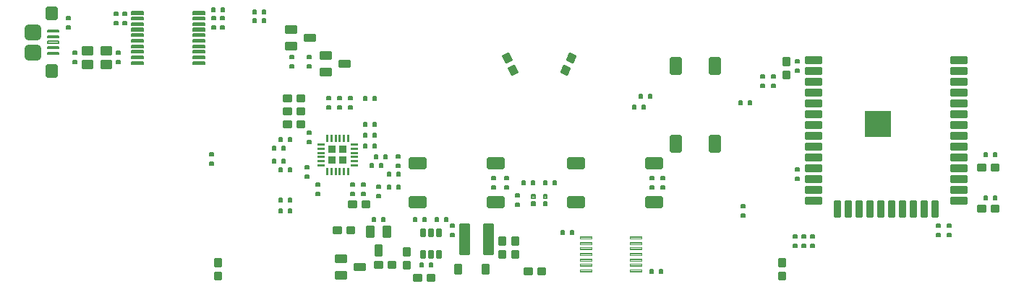
<source format=gbr>
G04 EAGLE Gerber RS-274X export*
G75*
%MOMM*%
%FSLAX34Y34*%
%LPD*%
%INSolderpaste Top*%
%IPPOS*%
%AMOC8*
5,1,8,0,0,1.08239X$1,22.5*%
G01*
%ADD10C,0.192500*%
%ADD11C,0.350000*%
%ADD12C,0.241500*%
%ADD13C,0.420000*%
%ADD14C,0.320038*%
%ADD15C,0.490000*%
%ADD16R,3.164769X3.166009*%
%ADD17C,0.315000*%
%ADD18C,0.200000*%
%ADD19C,0.700000*%
%ADD20C,0.950000*%
%ADD21R,0.919741X0.919741*%
%ADD22R,0.919894X0.920691*%
%ADD23R,0.921600X0.921600*%
%ADD24R,0.920331X0.919950*%
%ADD25C,0.091000*%
%ADD26C,0.210000*%
%ADD27C,0.124459*%
%ADD28C,0.140000*%
%ADD29C,0.402500*%


D10*
X248418Y349598D02*
X248418Y346022D01*
X244342Y346022D01*
X244342Y349598D01*
X248418Y349598D01*
X248418Y347851D02*
X244342Y347851D01*
X248418Y356522D02*
X248418Y360098D01*
X248418Y356522D02*
X244342Y356522D01*
X244342Y360098D01*
X248418Y360098D01*
X248418Y358351D02*
X244342Y358351D01*
X345942Y194998D02*
X345942Y191422D01*
X345942Y194998D02*
X350018Y194998D01*
X350018Y191422D01*
X345942Y191422D01*
X345942Y193251D02*
X350018Y193251D01*
X345942Y184498D02*
X345942Y180922D01*
X345942Y184498D02*
X350018Y184498D01*
X350018Y180922D01*
X345942Y180922D01*
X345942Y182751D02*
X350018Y182751D01*
X499878Y246962D02*
X499878Y250538D01*
X499878Y246962D02*
X495802Y246962D01*
X495802Y250538D01*
X499878Y250538D01*
X499878Y248791D02*
X495802Y248791D01*
X499878Y257462D02*
X499878Y261038D01*
X499878Y257462D02*
X495802Y257462D01*
X495802Y261038D01*
X499878Y261038D01*
X499878Y259291D02*
X495802Y259291D01*
D11*
X579830Y66870D02*
X579830Y59370D01*
X573330Y59370D01*
X573330Y66870D01*
X579830Y66870D01*
X579830Y62695D02*
X573330Y62695D01*
X573330Y66020D02*
X579830Y66020D01*
X579830Y75370D02*
X579830Y82870D01*
X579830Y75370D02*
X573330Y75370D01*
X573330Y82870D01*
X579830Y82870D01*
X579830Y78695D02*
X573330Y78695D01*
X573330Y82020D02*
X579830Y82020D01*
X352350Y70170D02*
X352350Y62670D01*
X352350Y70170D02*
X358850Y70170D01*
X358850Y62670D01*
X352350Y62670D01*
X352350Y65995D02*
X358850Y65995D01*
X358850Y69320D02*
X352350Y69320D01*
X352350Y54170D02*
X352350Y46670D01*
X352350Y54170D02*
X358850Y54170D01*
X358850Y46670D01*
X352350Y46670D01*
X352350Y49995D02*
X358850Y49995D01*
X358850Y53320D02*
X352350Y53320D01*
D10*
X691382Y163482D02*
X691382Y167058D01*
X695458Y167058D01*
X695458Y163482D01*
X691382Y163482D01*
X691382Y165311D02*
X695458Y165311D01*
X691382Y156558D02*
X691382Y152982D01*
X691382Y156558D02*
X695458Y156558D01*
X695458Y152982D01*
X691382Y152982D01*
X691382Y154811D02*
X695458Y154811D01*
X995178Y272362D02*
X995178Y275938D01*
X995178Y272362D02*
X991102Y272362D01*
X991102Y275938D01*
X995178Y275938D01*
X995178Y274191D02*
X991102Y274191D01*
X995178Y282862D02*
X995178Y286438D01*
X995178Y282862D02*
X991102Y282862D01*
X991102Y286438D01*
X995178Y286438D01*
X995178Y284691D02*
X991102Y284691D01*
X865638Y156558D02*
X865638Y152982D01*
X861562Y152982D01*
X861562Y156558D01*
X865638Y156558D01*
X865638Y154811D02*
X861562Y154811D01*
X865638Y163482D02*
X865638Y167058D01*
X865638Y163482D02*
X861562Y163482D01*
X861562Y167058D01*
X865638Y167058D01*
X865638Y165311D02*
X861562Y165311D01*
D11*
X498510Y296470D02*
X498510Y302970D01*
X509010Y302970D01*
X509010Y296470D01*
X498510Y296470D01*
X498510Y299795D02*
X509010Y299795D01*
X476510Y293470D02*
X476510Y286970D01*
X476510Y293470D02*
X487010Y293470D01*
X487010Y286970D01*
X476510Y286970D01*
X476510Y290295D02*
X487010Y290295D01*
X476510Y305970D02*
X476510Y312470D01*
X487010Y312470D01*
X487010Y305970D01*
X476510Y305970D01*
X476510Y309295D02*
X487010Y309295D01*
X457870Y326950D02*
X457870Y333450D01*
X468370Y333450D01*
X468370Y326950D01*
X457870Y326950D01*
X457870Y330275D02*
X468370Y330275D01*
X435870Y323950D02*
X435870Y317450D01*
X435870Y323950D02*
X446370Y323950D01*
X446370Y317450D01*
X435870Y317450D01*
X435870Y320775D02*
X446370Y320775D01*
X435870Y336450D02*
X435870Y342950D01*
X446370Y342950D01*
X446370Y336450D01*
X435870Y336450D01*
X435870Y339775D02*
X446370Y339775D01*
D10*
X1029202Y98478D02*
X1029202Y94902D01*
X1029202Y98478D02*
X1033278Y98478D01*
X1033278Y94902D01*
X1029202Y94902D01*
X1029202Y96731D02*
X1033278Y96731D01*
X1029202Y87978D02*
X1029202Y84402D01*
X1029202Y87978D02*
X1033278Y87978D01*
X1033278Y84402D01*
X1029202Y84402D01*
X1029202Y86231D02*
X1033278Y86231D01*
X704082Y143162D02*
X704082Y146738D01*
X708158Y146738D01*
X708158Y143162D01*
X704082Y143162D01*
X704082Y144991D02*
X708158Y144991D01*
X704082Y136238D02*
X704082Y132662D01*
X704082Y136238D02*
X708158Y136238D01*
X708158Y132662D01*
X704082Y132662D01*
X704082Y134491D02*
X708158Y134491D01*
X1252802Y191002D02*
X1256378Y191002D01*
X1252802Y191002D02*
X1252802Y195078D01*
X1256378Y195078D01*
X1256378Y191002D01*
X1256378Y192831D02*
X1252802Y192831D01*
X1252802Y194660D02*
X1256378Y194660D01*
X1263302Y191002D02*
X1266878Y191002D01*
X1263302Y191002D02*
X1263302Y195078D01*
X1266878Y195078D01*
X1266878Y191002D01*
X1266878Y192831D02*
X1263302Y192831D01*
X1263302Y194660D02*
X1266878Y194660D01*
X1256378Y140202D02*
X1252802Y140202D01*
X1252802Y144278D01*
X1256378Y144278D01*
X1256378Y140202D01*
X1256378Y142031D02*
X1252802Y142031D01*
X1252802Y143860D02*
X1256378Y143860D01*
X1263302Y140202D02*
X1266878Y140202D01*
X1263302Y140202D02*
X1263302Y144278D01*
X1266878Y144278D01*
X1266878Y140202D01*
X1266878Y142031D02*
X1263302Y142031D01*
X1263302Y143860D02*
X1266878Y143860D01*
X540438Y261118D02*
X536862Y261118D01*
X540438Y261118D02*
X540438Y257042D01*
X536862Y257042D01*
X536862Y261118D01*
X536862Y258871D02*
X540438Y258871D01*
X540438Y260700D02*
X536862Y260700D01*
X529938Y261118D02*
X526362Y261118D01*
X529938Y261118D02*
X529938Y257042D01*
X526362Y257042D01*
X526362Y261118D01*
X526362Y258871D02*
X529938Y258871D01*
X529938Y260700D02*
X526362Y260700D01*
X676142Y167058D02*
X676142Y163482D01*
X676142Y167058D02*
X680218Y167058D01*
X680218Y163482D01*
X676142Y163482D01*
X676142Y165311D02*
X680218Y165311D01*
X676142Y156558D02*
X676142Y152982D01*
X676142Y156558D02*
X680218Y156558D01*
X680218Y152982D01*
X676142Y152982D01*
X676142Y154811D02*
X680218Y154811D01*
X1007878Y272362D02*
X1007878Y275938D01*
X1007878Y272362D02*
X1003802Y272362D01*
X1003802Y275938D01*
X1007878Y275938D01*
X1007878Y274191D02*
X1003802Y274191D01*
X1007878Y282862D02*
X1007878Y286438D01*
X1007878Y282862D02*
X1003802Y282862D01*
X1003802Y286438D01*
X1007878Y286438D01*
X1007878Y284691D02*
X1003802Y284691D01*
X874262Y167058D02*
X874262Y163482D01*
X874262Y167058D02*
X878338Y167058D01*
X878338Y163482D01*
X874262Y163482D01*
X874262Y165311D02*
X878338Y165311D01*
X874262Y156558D02*
X874262Y152982D01*
X874262Y156558D02*
X878338Y156558D01*
X878338Y152982D01*
X874262Y152982D01*
X874262Y154811D02*
X878338Y154811D01*
X1200918Y100678D02*
X1200918Y97102D01*
X1196842Y97102D01*
X1196842Y100678D01*
X1200918Y100678D01*
X1200918Y98931D02*
X1196842Y98931D01*
X1200918Y107602D02*
X1200918Y111178D01*
X1200918Y107602D02*
X1196842Y107602D01*
X1196842Y111178D01*
X1200918Y111178D01*
X1200918Y109431D02*
X1196842Y109431D01*
X968242Y130462D02*
X968242Y134038D01*
X972318Y134038D01*
X972318Y130462D01*
X968242Y130462D01*
X968242Y132291D02*
X972318Y132291D01*
X968242Y123538D02*
X968242Y119962D01*
X968242Y123538D02*
X972318Y123538D01*
X972318Y119962D01*
X968242Y119962D01*
X968242Y121791D02*
X972318Y121791D01*
X976282Y256038D02*
X979858Y256038D01*
X979858Y251962D01*
X976282Y251962D01*
X976282Y256038D01*
X976282Y253791D02*
X979858Y253791D01*
X979858Y255620D02*
X976282Y255620D01*
X969358Y256038D02*
X965782Y256038D01*
X969358Y256038D02*
X969358Y251962D01*
X965782Y251962D01*
X965782Y256038D01*
X965782Y253791D02*
X969358Y253791D01*
X969358Y255620D02*
X965782Y255620D01*
X1043438Y87978D02*
X1043438Y84402D01*
X1039362Y84402D01*
X1039362Y87978D01*
X1043438Y87978D01*
X1043438Y86231D02*
X1039362Y86231D01*
X1043438Y94902D02*
X1043438Y98478D01*
X1043438Y94902D02*
X1039362Y94902D01*
X1039362Y98478D01*
X1043438Y98478D01*
X1043438Y96731D02*
X1039362Y96731D01*
X441378Y212858D02*
X437802Y212858D01*
X441378Y212858D02*
X441378Y208782D01*
X437802Y208782D01*
X437802Y212858D01*
X437802Y210611D02*
X441378Y210611D01*
X441378Y212440D02*
X437802Y212440D01*
X430878Y212858D02*
X427302Y212858D01*
X430878Y212858D02*
X430878Y208782D01*
X427302Y208782D01*
X427302Y212858D01*
X427302Y210611D02*
X430878Y210611D01*
X430878Y212440D02*
X427302Y212440D01*
X437802Y177298D02*
X441378Y177298D01*
X441378Y173222D01*
X437802Y173222D01*
X437802Y177298D01*
X437802Y175051D02*
X441378Y175051D01*
X441378Y176880D02*
X437802Y176880D01*
X430878Y177298D02*
X427302Y177298D01*
X430878Y177298D02*
X430878Y173222D01*
X427302Y173222D01*
X427302Y177298D01*
X427302Y175051D02*
X430878Y175051D01*
X430878Y176880D02*
X427302Y176880D01*
X430182Y187458D02*
X433758Y187458D01*
X433758Y183382D01*
X430182Y183382D01*
X430182Y187458D01*
X430182Y185211D02*
X433758Y185211D01*
X433758Y187040D02*
X430182Y187040D01*
X423258Y187458D02*
X419682Y187458D01*
X423258Y187458D02*
X423258Y183382D01*
X419682Y183382D01*
X419682Y187458D01*
X419682Y185211D02*
X423258Y185211D01*
X423258Y187040D02*
X419682Y187040D01*
X430182Y202698D02*
X433758Y202698D01*
X433758Y198622D01*
X430182Y198622D01*
X430182Y202698D01*
X430182Y200451D02*
X433758Y200451D01*
X433758Y202280D02*
X430182Y202280D01*
X423258Y202698D02*
X419682Y202698D01*
X423258Y202698D02*
X423258Y198622D01*
X419682Y198622D01*
X419682Y202698D01*
X419682Y200451D02*
X423258Y200451D01*
X423258Y202280D02*
X419682Y202280D01*
X526362Y201162D02*
X529938Y201162D01*
X526362Y201162D02*
X526362Y205238D01*
X529938Y205238D01*
X529938Y201162D01*
X529938Y202991D02*
X526362Y202991D01*
X526362Y204820D02*
X529938Y204820D01*
X536862Y201162D02*
X540438Y201162D01*
X536862Y201162D02*
X536862Y205238D01*
X540438Y205238D01*
X540438Y201162D01*
X540438Y202991D02*
X536862Y202991D01*
X536862Y204820D02*
X540438Y204820D01*
X554302Y152902D02*
X557878Y152902D01*
X554302Y152902D02*
X554302Y156978D01*
X557878Y156978D01*
X557878Y152902D01*
X557878Y154731D02*
X554302Y154731D01*
X554302Y156560D02*
X557878Y156560D01*
X564802Y152902D02*
X568378Y152902D01*
X564802Y152902D02*
X564802Y156978D01*
X568378Y156978D01*
X568378Y152902D01*
X568378Y154731D02*
X564802Y154731D01*
X564802Y156560D02*
X568378Y156560D01*
X568458Y178382D02*
X568458Y181958D01*
X568458Y178382D02*
X564382Y178382D01*
X564382Y181958D01*
X568458Y181958D01*
X568458Y180211D02*
X564382Y180211D01*
X568458Y188882D02*
X568458Y192458D01*
X568458Y188882D02*
X564382Y188882D01*
X564382Y192458D01*
X568458Y192458D01*
X568458Y190711D02*
X564382Y190711D01*
X529938Y226562D02*
X526362Y226562D01*
X526362Y230638D01*
X529938Y230638D01*
X529938Y226562D01*
X529938Y228391D02*
X526362Y228391D01*
X526362Y230220D02*
X529938Y230220D01*
X536862Y226562D02*
X540438Y226562D01*
X536862Y226562D02*
X536862Y230638D01*
X540438Y230638D01*
X540438Y226562D01*
X540438Y228391D02*
X536862Y228391D01*
X536862Y230220D02*
X540438Y230220D01*
X461778Y169258D02*
X461778Y165682D01*
X457702Y165682D01*
X457702Y169258D01*
X461778Y169258D01*
X461778Y167511D02*
X457702Y167511D01*
X461778Y176182D02*
X461778Y179758D01*
X461778Y176182D02*
X457702Y176182D01*
X457702Y179758D01*
X461778Y179758D01*
X461778Y178011D02*
X457702Y178011D01*
X441378Y141738D02*
X437802Y141738D01*
X441378Y141738D02*
X441378Y137662D01*
X437802Y137662D01*
X437802Y141738D01*
X437802Y139491D02*
X441378Y139491D01*
X441378Y141320D02*
X437802Y141320D01*
X430878Y141738D02*
X427302Y141738D01*
X430878Y141738D02*
X430878Y137662D01*
X427302Y137662D01*
X427302Y141738D01*
X427302Y139491D02*
X430878Y139491D01*
X430878Y141320D02*
X427302Y141320D01*
X439922Y305722D02*
X439922Y309298D01*
X443998Y309298D01*
X443998Y305722D01*
X439922Y305722D01*
X439922Y307551D02*
X443998Y307551D01*
X439922Y298798D02*
X439922Y295222D01*
X439922Y298798D02*
X443998Y298798D01*
X443998Y295222D01*
X439922Y295222D01*
X439922Y297051D02*
X443998Y297051D01*
X441378Y129038D02*
X437802Y129038D01*
X441378Y129038D02*
X441378Y124962D01*
X437802Y124962D01*
X437802Y129038D01*
X437802Y126791D02*
X441378Y126791D01*
X441378Y128620D02*
X437802Y128620D01*
X430878Y129038D02*
X427302Y129038D01*
X430878Y129038D02*
X430878Y124962D01*
X427302Y124962D01*
X427302Y129038D01*
X427302Y126791D02*
X430878Y126791D01*
X430878Y128620D02*
X427302Y128620D01*
X549562Y192538D02*
X553138Y192538D01*
X553138Y188462D01*
X549562Y188462D01*
X549562Y192538D01*
X549562Y190291D02*
X553138Y190291D01*
X553138Y192120D02*
X549562Y192120D01*
X542638Y192538D02*
X539062Y192538D01*
X542638Y192538D02*
X542638Y188462D01*
X539062Y188462D01*
X539062Y192538D01*
X539062Y190291D02*
X542638Y190291D01*
X542638Y192120D02*
X539062Y192120D01*
X529938Y213862D02*
X526362Y213862D01*
X526362Y217938D01*
X529938Y217938D01*
X529938Y213862D01*
X529938Y215691D02*
X526362Y215691D01*
X526362Y217520D02*
X529938Y217520D01*
X536862Y213862D02*
X540438Y213862D01*
X536862Y213862D02*
X536862Y217938D01*
X540438Y217938D01*
X540438Y213862D01*
X540438Y215691D02*
X536862Y215691D01*
X536862Y217520D02*
X540438Y217520D01*
X541522Y156898D02*
X541522Y153322D01*
X541522Y156898D02*
X545598Y156898D01*
X545598Y153322D01*
X541522Y153322D01*
X541522Y155151D02*
X545598Y155151D01*
X541522Y146398D02*
X541522Y142822D01*
X541522Y146398D02*
X545598Y146398D01*
X545598Y142822D01*
X541522Y142822D01*
X541522Y144651D02*
X545598Y144651D01*
X564802Y172218D02*
X568378Y172218D01*
X568378Y168142D01*
X564802Y168142D01*
X564802Y172218D01*
X564802Y169971D02*
X568378Y169971D01*
X568378Y171800D02*
X564802Y171800D01*
X557878Y172218D02*
X554302Y172218D01*
X557878Y172218D02*
X557878Y168142D01*
X554302Y168142D01*
X554302Y172218D01*
X554302Y169971D02*
X557878Y169971D01*
X557878Y171800D02*
X554302Y171800D01*
X487178Y246962D02*
X487178Y250538D01*
X487178Y246962D02*
X483102Y246962D01*
X483102Y250538D01*
X487178Y250538D01*
X487178Y248791D02*
X483102Y248791D01*
X487178Y257462D02*
X487178Y261038D01*
X487178Y257462D02*
X483102Y257462D01*
X483102Y261038D01*
X487178Y261038D01*
X487178Y259291D02*
X483102Y259291D01*
X757502Y99562D02*
X761078Y99562D01*
X757502Y99562D02*
X757502Y103638D01*
X761078Y103638D01*
X761078Y99562D01*
X761078Y101391D02*
X757502Y101391D01*
X757502Y103220D02*
X761078Y103220D01*
X768002Y99562D02*
X771578Y99562D01*
X768002Y99562D02*
X768002Y103638D01*
X771578Y103638D01*
X771578Y99562D01*
X771578Y101391D02*
X768002Y101391D01*
X768002Y103220D02*
X771578Y103220D01*
X464318Y295222D02*
X464318Y298798D01*
X464318Y295222D02*
X460242Y295222D01*
X460242Y298798D01*
X464318Y298798D01*
X464318Y297051D02*
X460242Y297051D01*
X464318Y305722D02*
X464318Y309298D01*
X464318Y305722D02*
X460242Y305722D01*
X460242Y309298D01*
X464318Y309298D01*
X464318Y307551D02*
X460242Y307551D01*
X352138Y361182D02*
X348562Y361182D01*
X348562Y365258D01*
X352138Y365258D01*
X352138Y361182D01*
X352138Y363011D02*
X348562Y363011D01*
X348562Y364840D02*
X352138Y364840D01*
X359062Y361182D02*
X362638Y361182D01*
X359062Y361182D02*
X359062Y365258D01*
X362638Y365258D01*
X362638Y361182D01*
X362638Y363011D02*
X359062Y363011D01*
X359062Y364840D02*
X362638Y364840D01*
X1213618Y100678D02*
X1213618Y97102D01*
X1209542Y97102D01*
X1209542Y100678D01*
X1213618Y100678D01*
X1213618Y98931D02*
X1209542Y98931D01*
X1213618Y107602D02*
X1213618Y111178D01*
X1213618Y107602D02*
X1209542Y107602D01*
X1209542Y111178D01*
X1213618Y111178D01*
X1213618Y109431D02*
X1209542Y109431D01*
X751258Y162058D02*
X747682Y162058D01*
X751258Y162058D02*
X751258Y157982D01*
X747682Y157982D01*
X747682Y162058D01*
X747682Y159811D02*
X751258Y159811D01*
X751258Y161640D02*
X747682Y161640D01*
X740758Y162058D02*
X737182Y162058D01*
X740758Y162058D02*
X740758Y157982D01*
X737182Y157982D01*
X737182Y162058D01*
X737182Y159811D02*
X740758Y159811D01*
X740758Y161640D02*
X737182Y161640D01*
X715358Y157982D02*
X711782Y157982D01*
X711782Y162058D01*
X715358Y162058D01*
X715358Y157982D01*
X715358Y159811D02*
X711782Y159811D01*
X711782Y161640D02*
X715358Y161640D01*
X722282Y157982D02*
X725858Y157982D01*
X722282Y157982D02*
X722282Y162058D01*
X725858Y162058D01*
X725858Y157982D01*
X725858Y159811D02*
X722282Y159811D01*
X722282Y161640D02*
X725858Y161640D01*
D11*
X456250Y262330D02*
X448750Y262330D01*
X456250Y262330D02*
X456250Y255830D01*
X448750Y255830D01*
X448750Y262330D01*
X448750Y259155D02*
X456250Y259155D01*
X440250Y262330D02*
X432750Y262330D01*
X440250Y262330D02*
X440250Y255830D01*
X432750Y255830D01*
X432750Y262330D01*
X432750Y259155D02*
X440250Y259155D01*
X440250Y225350D02*
X432750Y225350D01*
X432750Y231850D01*
X440250Y231850D01*
X440250Y225350D01*
X440250Y228675D02*
X432750Y228675D01*
X448750Y225350D02*
X456250Y225350D01*
X448750Y225350D02*
X448750Y231850D01*
X456250Y231850D01*
X456250Y225350D01*
X456250Y228675D02*
X448750Y228675D01*
D10*
X1035818Y166718D02*
X1035818Y163142D01*
X1031742Y163142D01*
X1031742Y166718D01*
X1035818Y166718D01*
X1035818Y164971D02*
X1031742Y164971D01*
X1035818Y173642D02*
X1035818Y177218D01*
X1035818Y173642D02*
X1031742Y173642D01*
X1031742Y177218D01*
X1035818Y177218D01*
X1035818Y175471D02*
X1031742Y175471D01*
X464318Y206322D02*
X464318Y209898D01*
X464318Y206322D02*
X460242Y206322D01*
X460242Y209898D01*
X464318Y209898D01*
X464318Y208151D02*
X460242Y208151D01*
X464318Y216822D02*
X464318Y220398D01*
X464318Y216822D02*
X460242Y216822D01*
X460242Y220398D01*
X464318Y220398D01*
X464318Y218651D02*
X460242Y218651D01*
X470402Y159438D02*
X470402Y155862D01*
X470402Y159438D02*
X474478Y159438D01*
X474478Y155862D01*
X470402Y155862D01*
X470402Y157691D02*
X474478Y157691D01*
X470402Y148938D02*
X470402Y145362D01*
X470402Y148938D02*
X474478Y148938D01*
X474478Y145362D01*
X470402Y145362D01*
X470402Y147191D02*
X474478Y147191D01*
D11*
X524950Y137870D02*
X532450Y137870D01*
X532450Y131370D01*
X524950Y131370D01*
X524950Y137870D01*
X524950Y134695D02*
X532450Y134695D01*
X516450Y137870D02*
X508950Y137870D01*
X516450Y137870D02*
X516450Y131370D01*
X508950Y131370D01*
X508950Y137870D01*
X508950Y134695D02*
X516450Y134695D01*
X1024330Y282890D02*
X1024330Y290390D01*
X1024330Y282890D02*
X1017830Y282890D01*
X1017830Y290390D01*
X1024330Y290390D01*
X1024330Y286215D02*
X1017830Y286215D01*
X1017830Y289540D02*
X1024330Y289540D01*
X1024330Y298890D02*
X1024330Y306390D01*
X1024330Y298890D02*
X1017830Y298890D01*
X1017830Y306390D01*
X1024330Y306390D01*
X1024330Y302215D02*
X1017830Y302215D01*
X1017830Y305540D02*
X1024330Y305540D01*
D10*
X1035818Y293718D02*
X1035818Y290142D01*
X1031742Y290142D01*
X1031742Y293718D01*
X1035818Y293718D01*
X1035818Y291971D02*
X1031742Y291971D01*
X1035818Y300642D02*
X1035818Y304218D01*
X1035818Y300642D02*
X1031742Y300642D01*
X1031742Y304218D01*
X1035818Y304218D01*
X1035818Y302471D02*
X1031742Y302471D01*
D11*
X1012750Y70170D02*
X1012750Y62670D01*
X1012750Y70170D02*
X1019250Y70170D01*
X1019250Y62670D01*
X1012750Y62670D01*
X1012750Y65995D02*
X1019250Y65995D01*
X1019250Y69320D02*
X1012750Y69320D01*
X1012750Y54170D02*
X1012750Y46670D01*
X1012750Y54170D02*
X1019250Y54170D01*
X1019250Y46670D01*
X1012750Y46670D01*
X1012750Y49995D02*
X1019250Y49995D01*
X1019250Y53320D02*
X1012750Y53320D01*
X685090Y88070D02*
X685090Y95570D01*
X691590Y95570D01*
X691590Y88070D01*
X685090Y88070D01*
X685090Y91395D02*
X691590Y91395D01*
X691590Y94720D02*
X685090Y94720D01*
X685090Y79570D02*
X685090Y72070D01*
X685090Y79570D02*
X691590Y79570D01*
X691590Y72070D01*
X685090Y72070D01*
X685090Y75395D02*
X691590Y75395D01*
X691590Y78720D02*
X685090Y78720D01*
D10*
X1049522Y94902D02*
X1049522Y98478D01*
X1053598Y98478D01*
X1053598Y94902D01*
X1049522Y94902D01*
X1049522Y96731D02*
X1053598Y96731D01*
X1049522Y87978D02*
X1049522Y84402D01*
X1049522Y87978D02*
X1053598Y87978D01*
X1053598Y84402D01*
X1049522Y84402D01*
X1049522Y86231D02*
X1053598Y86231D01*
X511042Y155862D02*
X511042Y159438D01*
X515118Y159438D01*
X515118Y155862D01*
X511042Y155862D01*
X511042Y157691D02*
X515118Y157691D01*
X511042Y148938D02*
X511042Y145362D01*
X511042Y148938D02*
X515118Y148938D01*
X515118Y145362D01*
X511042Y145362D01*
X511042Y147191D02*
X515118Y147191D01*
X523742Y155862D02*
X523742Y159438D01*
X527818Y159438D01*
X527818Y155862D01*
X523742Y155862D01*
X523742Y157691D02*
X527818Y157691D01*
X523742Y148938D02*
X523742Y145362D01*
X523742Y148938D02*
X527818Y148938D01*
X527818Y145362D01*
X523742Y145362D01*
X523742Y147191D02*
X527818Y147191D01*
X348482Y351442D02*
X348482Y355018D01*
X352558Y355018D01*
X352558Y351442D01*
X348482Y351442D01*
X348482Y353271D02*
X352558Y353271D01*
X348482Y344518D02*
X348482Y340942D01*
X348482Y344518D02*
X352558Y344518D01*
X352558Y340942D01*
X348482Y340942D01*
X348482Y342771D02*
X352558Y342771D01*
X358642Y351442D02*
X358642Y355018D01*
X362718Y355018D01*
X362718Y351442D01*
X358642Y351442D01*
X358642Y353271D02*
X362718Y353271D01*
X358642Y344518D02*
X358642Y340942D01*
X358642Y344518D02*
X362718Y344518D01*
X362718Y340942D01*
X358642Y340942D01*
X358642Y342771D02*
X362718Y342771D01*
X238258Y346022D02*
X238258Y349598D01*
X238258Y346022D02*
X234182Y346022D01*
X234182Y349598D01*
X238258Y349598D01*
X238258Y347851D02*
X234182Y347851D01*
X238258Y356522D02*
X238258Y360098D01*
X238258Y356522D02*
X234182Y356522D01*
X234182Y360098D01*
X238258Y360098D01*
X238258Y358351D02*
X234182Y358351D01*
D11*
X516290Y64210D02*
X516290Y57710D01*
X516290Y64210D02*
X526790Y64210D01*
X526790Y57710D01*
X516290Y57710D01*
X516290Y61035D02*
X526790Y61035D01*
X494290Y54710D02*
X494290Y48210D01*
X494290Y54710D02*
X504790Y54710D01*
X504790Y48210D01*
X494290Y48210D01*
X494290Y51535D02*
X504790Y51535D01*
X494290Y67210D02*
X494290Y73710D01*
X504790Y73710D01*
X504790Y67210D01*
X494290Y67210D01*
X494290Y70535D02*
X504790Y70535D01*
D10*
X182378Y340942D02*
X182378Y344518D01*
X182378Y340942D02*
X178302Y340942D01*
X178302Y344518D01*
X182378Y344518D01*
X182378Y342771D02*
X178302Y342771D01*
X182378Y351442D02*
X182378Y355018D01*
X182378Y351442D02*
X178302Y351442D01*
X178302Y355018D01*
X182378Y355018D01*
X182378Y353271D02*
X178302Y353271D01*
D11*
X448750Y247090D02*
X456250Y247090D01*
X456250Y240590D01*
X448750Y240590D01*
X448750Y247090D01*
X448750Y243915D02*
X456250Y243915D01*
X440250Y247090D02*
X432750Y247090D01*
X440250Y247090D02*
X440250Y240590D01*
X432750Y240590D01*
X432750Y247090D01*
X432750Y243915D02*
X440250Y243915D01*
D12*
X611777Y105693D02*
X611777Y98107D01*
X611777Y105693D02*
X616263Y105693D01*
X616263Y98107D01*
X611777Y98107D01*
X611777Y100401D02*
X616263Y100401D01*
X616263Y102695D02*
X611777Y102695D01*
X611777Y104989D02*
X616263Y104989D01*
X602277Y105693D02*
X602277Y98107D01*
X602277Y105693D02*
X606763Y105693D01*
X606763Y98107D01*
X602277Y98107D01*
X602277Y100401D02*
X606763Y100401D01*
X606763Y102695D02*
X602277Y102695D01*
X602277Y104989D02*
X606763Y104989D01*
X592777Y105693D02*
X592777Y98107D01*
X592777Y105693D02*
X597263Y105693D01*
X597263Y98107D01*
X592777Y98107D01*
X592777Y100401D02*
X597263Y100401D01*
X597263Y102695D02*
X592777Y102695D01*
X592777Y104989D02*
X597263Y104989D01*
X592777Y79693D02*
X592777Y72107D01*
X592777Y79693D02*
X597263Y79693D01*
X597263Y72107D01*
X592777Y72107D01*
X592777Y74401D02*
X597263Y74401D01*
X597263Y76695D02*
X592777Y76695D01*
X592777Y78989D02*
X597263Y78989D01*
X602277Y79693D02*
X602277Y72107D01*
X602277Y79693D02*
X606763Y79693D01*
X606763Y72107D01*
X602277Y72107D01*
X602277Y74401D02*
X606763Y74401D01*
X606763Y76695D02*
X602277Y76695D01*
X602277Y78989D02*
X606763Y78989D01*
X611777Y79693D02*
X611777Y72107D01*
X611777Y79693D02*
X616263Y79693D01*
X616263Y72107D01*
X611777Y72107D01*
X611777Y74401D02*
X616263Y74401D01*
X616263Y76695D02*
X611777Y76695D01*
X611777Y78989D02*
X616263Y78989D01*
D13*
X639960Y77580D02*
X647760Y77580D01*
X639960Y77580D02*
X639960Y110380D01*
X647760Y110380D01*
X647760Y77580D01*
X647760Y81570D02*
X639960Y81570D01*
X639960Y85560D02*
X647760Y85560D01*
X647760Y89550D02*
X639960Y89550D01*
X639960Y93540D02*
X647760Y93540D01*
X647760Y97530D02*
X639960Y97530D01*
X639960Y101520D02*
X647760Y101520D01*
X647760Y105510D02*
X639960Y105510D01*
X639960Y109500D02*
X647760Y109500D01*
X667960Y77580D02*
X675760Y77580D01*
X667960Y77580D02*
X667960Y110380D01*
X675760Y110380D01*
X675760Y77580D01*
X675760Y81570D02*
X667960Y81570D01*
X667960Y85560D02*
X675760Y85560D01*
X675760Y89550D02*
X667960Y89550D01*
X667960Y93540D02*
X675760Y93540D01*
X675760Y97530D02*
X667960Y97530D01*
X667960Y101520D02*
X675760Y101520D01*
X675760Y105510D02*
X667960Y105510D01*
X667960Y109500D02*
X675760Y109500D01*
D10*
X606478Y65538D02*
X602902Y65538D01*
X606478Y65538D02*
X606478Y61462D01*
X602902Y61462D01*
X602902Y65538D01*
X602902Y63291D02*
X606478Y63291D01*
X606478Y65120D02*
X602902Y65120D01*
X595978Y65538D02*
X592402Y65538D01*
X595978Y65538D02*
X595978Y61462D01*
X592402Y61462D01*
X592402Y65538D01*
X592402Y63291D02*
X595978Y63291D01*
X595978Y65120D02*
X592402Y65120D01*
X627882Y107602D02*
X627882Y111178D01*
X631958Y111178D01*
X631958Y107602D01*
X627882Y107602D01*
X627882Y109431D02*
X631958Y109431D01*
X627882Y100678D02*
X627882Y97102D01*
X627882Y100678D02*
X631958Y100678D01*
X631958Y97102D01*
X627882Y97102D01*
X627882Y98931D02*
X631958Y98931D01*
X613758Y114802D02*
X610182Y114802D01*
X610182Y118878D01*
X613758Y118878D01*
X613758Y114802D01*
X613758Y116631D02*
X610182Y116631D01*
X610182Y118460D02*
X613758Y118460D01*
X620682Y114802D02*
X624258Y114802D01*
X620682Y114802D02*
X620682Y118878D01*
X624258Y118878D01*
X624258Y114802D01*
X624258Y116631D02*
X620682Y116631D01*
X620682Y118460D02*
X624258Y118460D01*
X588358Y114802D02*
X584782Y114802D01*
X584782Y118878D01*
X588358Y118878D01*
X588358Y114802D01*
X588358Y116631D02*
X584782Y116631D01*
X584782Y118460D02*
X588358Y118460D01*
X595282Y114802D02*
X598858Y114802D01*
X595282Y114802D02*
X595282Y118878D01*
X598858Y118878D01*
X598858Y114802D01*
X598858Y116631D02*
X595282Y116631D01*
X595282Y118460D02*
X598858Y118460D01*
D14*
X639369Y62916D02*
X639369Y53924D01*
X633425Y53924D01*
X633425Y62916D01*
X639369Y62916D01*
X639369Y56964D02*
X633425Y56964D01*
X633425Y60004D02*
X639369Y60004D01*
X672135Y62916D02*
X672135Y53924D01*
X666191Y53924D01*
X666191Y62916D01*
X672135Y62916D01*
X672135Y56964D02*
X666191Y56964D01*
X666191Y60004D02*
X672135Y60004D01*
D10*
X540098Y114802D02*
X536522Y114802D01*
X536522Y118878D01*
X540098Y118878D01*
X540098Y114802D01*
X540098Y116631D02*
X536522Y116631D01*
X536522Y118460D02*
X540098Y118460D01*
X547022Y114802D02*
X550598Y114802D01*
X547022Y114802D02*
X547022Y118878D01*
X550598Y118878D01*
X550598Y114802D01*
X550598Y116631D02*
X547022Y116631D01*
X547022Y118460D02*
X550598Y118460D01*
D11*
X546930Y60250D02*
X539430Y60250D01*
X539430Y66750D01*
X546930Y66750D01*
X546930Y60250D01*
X546930Y63575D02*
X539430Y63575D01*
X555430Y60250D02*
X562930Y60250D01*
X555430Y60250D02*
X555430Y66750D01*
X562930Y66750D01*
X562930Y60250D01*
X562930Y63575D02*
X555430Y63575D01*
D15*
X581450Y132470D02*
X597550Y132470D01*
X581450Y132470D02*
X581450Y141570D01*
X597550Y141570D01*
X597550Y132470D01*
X597550Y137125D02*
X581450Y137125D01*
X581450Y178470D02*
X597550Y178470D01*
X581450Y178470D02*
X581450Y187570D01*
X597550Y187570D01*
X597550Y178470D01*
X597550Y183125D02*
X581450Y183125D01*
X672450Y178470D02*
X688550Y178470D01*
X672450Y178470D02*
X672450Y187570D01*
X688550Y187570D01*
X688550Y178470D01*
X688550Y183125D02*
X672450Y183125D01*
X672450Y132470D02*
X688550Y132470D01*
X672450Y132470D02*
X672450Y141570D01*
X688550Y141570D01*
X688550Y132470D01*
X688550Y137125D02*
X672450Y137125D01*
X941950Y197910D02*
X941950Y214010D01*
X941950Y197910D02*
X932850Y197910D01*
X932850Y214010D01*
X941950Y214010D01*
X941950Y202565D02*
X932850Y202565D01*
X932850Y207220D02*
X941950Y207220D01*
X941950Y211875D02*
X932850Y211875D01*
X895950Y214010D02*
X895950Y197910D01*
X886850Y197910D01*
X886850Y214010D01*
X895950Y214010D01*
X895950Y202565D02*
X886850Y202565D01*
X886850Y207220D02*
X895950Y207220D01*
X895950Y211875D02*
X886850Y211875D01*
X895950Y288910D02*
X895950Y305010D01*
X895950Y288910D02*
X886850Y288910D01*
X886850Y305010D01*
X895950Y305010D01*
X895950Y293565D02*
X886850Y293565D01*
X886850Y298220D02*
X895950Y298220D01*
X895950Y302875D02*
X886850Y302875D01*
X941950Y305010D02*
X941950Y288910D01*
X932850Y288910D01*
X932850Y305010D01*
X941950Y305010D01*
X941950Y293565D02*
X932850Y293565D01*
X932850Y298220D02*
X941950Y298220D01*
X941950Y302875D02*
X932850Y302875D01*
X782970Y132470D02*
X766870Y132470D01*
X766870Y141570D01*
X782970Y141570D01*
X782970Y132470D01*
X782970Y137125D02*
X766870Y137125D01*
X766870Y178470D02*
X782970Y178470D01*
X766870Y178470D02*
X766870Y187570D01*
X782970Y187570D01*
X782970Y178470D01*
X782970Y183125D02*
X766870Y183125D01*
X857870Y178470D02*
X873970Y178470D01*
X857870Y178470D02*
X857870Y187570D01*
X873970Y187570D01*
X873970Y178470D01*
X873970Y183125D02*
X857870Y183125D01*
X857870Y132470D02*
X873970Y132470D01*
X857870Y132470D02*
X857870Y141570D01*
X873970Y141570D01*
X873970Y132470D01*
X873970Y137125D02*
X857870Y137125D01*
D10*
X537558Y178302D02*
X533982Y178302D01*
X533982Y182378D01*
X537558Y182378D01*
X537558Y178302D01*
X537558Y180131D02*
X533982Y180131D01*
X533982Y181960D02*
X537558Y181960D01*
X544482Y178302D02*
X548058Y178302D01*
X544482Y178302D02*
X544482Y182378D01*
X548058Y182378D01*
X548058Y178302D01*
X548058Y180131D02*
X544482Y180131D01*
X544482Y181960D02*
X548058Y181960D01*
X508502Y257462D02*
X508502Y261038D01*
X512578Y261038D01*
X512578Y257462D01*
X508502Y257462D01*
X508502Y259291D02*
X512578Y259291D01*
X508502Y250538D02*
X508502Y246962D01*
X508502Y250538D02*
X512578Y250538D01*
X512578Y246962D01*
X508502Y246962D01*
X508502Y248791D02*
X512578Y248791D01*
X861642Y53842D02*
X865218Y53842D01*
X861642Y53842D02*
X861642Y57918D01*
X865218Y57918D01*
X865218Y53842D01*
X865218Y55671D02*
X861642Y55671D01*
X861642Y57500D02*
X865218Y57500D01*
X872142Y53842D02*
X875718Y53842D01*
X872142Y53842D02*
X872142Y57918D01*
X875718Y57918D01*
X875718Y53842D01*
X875718Y55671D02*
X872142Y55671D01*
X872142Y57500D02*
X875718Y57500D01*
D16*
X1127907Y229041D03*
D17*
X1061345Y301135D02*
X1044495Y301135D01*
X1044495Y306985D01*
X1061345Y306985D01*
X1061345Y301135D01*
X1061345Y304127D02*
X1044495Y304127D01*
X1044495Y288435D02*
X1061345Y288435D01*
X1044495Y288435D02*
X1044495Y294285D01*
X1061345Y294285D01*
X1061345Y288435D01*
X1061345Y291427D02*
X1044495Y291427D01*
X1044495Y275735D02*
X1061345Y275735D01*
X1044495Y275735D02*
X1044495Y281585D01*
X1061345Y281585D01*
X1061345Y275735D01*
X1061345Y278727D02*
X1044495Y278727D01*
X1044495Y263035D02*
X1061345Y263035D01*
X1044495Y263035D02*
X1044495Y268885D01*
X1061345Y268885D01*
X1061345Y263035D01*
X1061345Y266027D02*
X1044495Y266027D01*
X1044495Y250335D02*
X1061345Y250335D01*
X1044495Y250335D02*
X1044495Y256185D01*
X1061345Y256185D01*
X1061345Y250335D01*
X1061345Y253327D02*
X1044495Y253327D01*
X1044495Y237635D02*
X1061345Y237635D01*
X1044495Y237635D02*
X1044495Y243485D01*
X1061345Y243485D01*
X1061345Y237635D01*
X1061345Y240627D02*
X1044495Y240627D01*
X1044495Y224935D02*
X1061345Y224935D01*
X1044495Y224935D02*
X1044495Y230785D01*
X1061345Y230785D01*
X1061345Y224935D01*
X1061345Y227927D02*
X1044495Y227927D01*
X1044495Y212235D02*
X1061345Y212235D01*
X1044495Y212235D02*
X1044495Y218085D01*
X1061345Y218085D01*
X1061345Y212235D01*
X1061345Y215227D02*
X1044495Y215227D01*
X1044495Y199535D02*
X1061345Y199535D01*
X1044495Y199535D02*
X1044495Y205385D01*
X1061345Y205385D01*
X1061345Y199535D01*
X1061345Y202527D02*
X1044495Y202527D01*
X1044495Y186835D02*
X1061345Y186835D01*
X1044495Y186835D02*
X1044495Y192685D01*
X1061345Y192685D01*
X1061345Y186835D01*
X1061345Y189827D02*
X1044495Y189827D01*
X1044495Y174135D02*
X1061345Y174135D01*
X1044495Y174135D02*
X1044495Y179985D01*
X1061345Y179985D01*
X1061345Y174135D01*
X1061345Y177127D02*
X1044495Y177127D01*
X1044495Y161435D02*
X1061345Y161435D01*
X1044495Y161435D02*
X1044495Y167285D01*
X1061345Y167285D01*
X1061345Y161435D01*
X1061345Y164427D02*
X1044495Y164427D01*
X1044495Y148735D02*
X1061345Y148735D01*
X1044495Y148735D02*
X1044495Y154585D01*
X1061345Y154585D01*
X1061345Y148735D01*
X1061345Y151727D02*
X1044495Y151727D01*
X1044495Y136035D02*
X1061345Y136035D01*
X1044495Y136035D02*
X1044495Y141885D01*
X1061345Y141885D01*
X1061345Y136035D01*
X1061345Y139027D02*
X1044495Y139027D01*
X1083695Y137385D02*
X1083695Y120535D01*
X1077845Y120535D01*
X1077845Y137385D01*
X1083695Y137385D01*
X1083695Y123527D02*
X1077845Y123527D01*
X1077845Y126519D02*
X1083695Y126519D01*
X1083695Y129511D02*
X1077845Y129511D01*
X1077845Y132503D02*
X1083695Y132503D01*
X1083695Y135495D02*
X1077845Y135495D01*
X1096395Y137385D02*
X1096395Y120535D01*
X1090545Y120535D01*
X1090545Y137385D01*
X1096395Y137385D01*
X1096395Y123527D02*
X1090545Y123527D01*
X1090545Y126519D02*
X1096395Y126519D01*
X1096395Y129511D02*
X1090545Y129511D01*
X1090545Y132503D02*
X1096395Y132503D01*
X1096395Y135495D02*
X1090545Y135495D01*
X1109095Y137385D02*
X1109095Y120535D01*
X1103245Y120535D01*
X1103245Y137385D01*
X1109095Y137385D01*
X1109095Y123527D02*
X1103245Y123527D01*
X1103245Y126519D02*
X1109095Y126519D01*
X1109095Y129511D02*
X1103245Y129511D01*
X1103245Y132503D02*
X1109095Y132503D01*
X1109095Y135495D02*
X1103245Y135495D01*
X1121795Y137385D02*
X1121795Y120535D01*
X1115945Y120535D01*
X1115945Y137385D01*
X1121795Y137385D01*
X1121795Y123527D02*
X1115945Y123527D01*
X1115945Y126519D02*
X1121795Y126519D01*
X1121795Y129511D02*
X1115945Y129511D01*
X1115945Y132503D02*
X1121795Y132503D01*
X1121795Y135495D02*
X1115945Y135495D01*
X1134495Y137385D02*
X1134495Y120535D01*
X1128645Y120535D01*
X1128645Y137385D01*
X1134495Y137385D01*
X1134495Y123527D02*
X1128645Y123527D01*
X1128645Y126519D02*
X1134495Y126519D01*
X1134495Y129511D02*
X1128645Y129511D01*
X1128645Y132503D02*
X1134495Y132503D01*
X1134495Y135495D02*
X1128645Y135495D01*
X1147195Y137385D02*
X1147195Y120535D01*
X1141345Y120535D01*
X1141345Y137385D01*
X1147195Y137385D01*
X1147195Y123527D02*
X1141345Y123527D01*
X1141345Y126519D02*
X1147195Y126519D01*
X1147195Y129511D02*
X1141345Y129511D01*
X1141345Y132503D02*
X1147195Y132503D01*
X1147195Y135495D02*
X1141345Y135495D01*
X1159895Y137385D02*
X1159895Y120535D01*
X1154045Y120535D01*
X1154045Y137385D01*
X1159895Y137385D01*
X1159895Y123527D02*
X1154045Y123527D01*
X1154045Y126519D02*
X1159895Y126519D01*
X1159895Y129511D02*
X1154045Y129511D01*
X1154045Y132503D02*
X1159895Y132503D01*
X1159895Y135495D02*
X1154045Y135495D01*
X1172595Y137385D02*
X1172595Y120535D01*
X1166745Y120535D01*
X1166745Y137385D01*
X1172595Y137385D01*
X1172595Y123527D02*
X1166745Y123527D01*
X1166745Y126519D02*
X1172595Y126519D01*
X1172595Y129511D02*
X1166745Y129511D01*
X1166745Y132503D02*
X1172595Y132503D01*
X1172595Y135495D02*
X1166745Y135495D01*
X1185295Y137385D02*
X1185295Y120535D01*
X1179445Y120535D01*
X1179445Y137385D01*
X1185295Y137385D01*
X1185295Y123527D02*
X1179445Y123527D01*
X1179445Y126519D02*
X1185295Y126519D01*
X1185295Y129511D02*
X1179445Y129511D01*
X1179445Y132503D02*
X1185295Y132503D01*
X1185295Y135495D02*
X1179445Y135495D01*
X1197995Y137385D02*
X1197995Y120535D01*
X1192145Y120535D01*
X1192145Y137385D01*
X1197995Y137385D01*
X1197995Y123527D02*
X1192145Y123527D01*
X1192145Y126519D02*
X1197995Y126519D01*
X1197995Y129511D02*
X1192145Y129511D01*
X1192145Y132503D02*
X1197995Y132503D01*
X1197995Y135495D02*
X1192145Y135495D01*
X1214495Y141885D02*
X1231345Y141885D01*
X1231345Y136035D01*
X1214495Y136035D01*
X1214495Y141885D01*
X1214495Y139027D02*
X1231345Y139027D01*
X1231345Y154585D02*
X1214495Y154585D01*
X1231345Y154585D02*
X1231345Y148735D01*
X1214495Y148735D01*
X1214495Y154585D01*
X1214495Y151727D02*
X1231345Y151727D01*
X1231345Y167285D02*
X1214495Y167285D01*
X1231345Y167285D02*
X1231345Y161435D01*
X1214495Y161435D01*
X1214495Y167285D01*
X1214495Y164427D02*
X1231345Y164427D01*
X1231345Y179985D02*
X1214495Y179985D01*
X1231345Y179985D02*
X1231345Y174135D01*
X1214495Y174135D01*
X1214495Y179985D01*
X1214495Y177127D02*
X1231345Y177127D01*
X1231345Y192685D02*
X1214495Y192685D01*
X1231345Y192685D02*
X1231345Y186835D01*
X1214495Y186835D01*
X1214495Y192685D01*
X1214495Y189827D02*
X1231345Y189827D01*
X1231345Y205385D02*
X1214495Y205385D01*
X1231345Y205385D02*
X1231345Y199535D01*
X1214495Y199535D01*
X1214495Y205385D01*
X1214495Y202527D02*
X1231345Y202527D01*
X1231345Y218085D02*
X1214495Y218085D01*
X1231345Y218085D02*
X1231345Y212235D01*
X1214495Y212235D01*
X1214495Y218085D01*
X1214495Y215227D02*
X1231345Y215227D01*
X1231345Y230785D02*
X1214495Y230785D01*
X1231345Y230785D02*
X1231345Y224935D01*
X1214495Y224935D01*
X1214495Y230785D01*
X1214495Y227927D02*
X1231345Y227927D01*
X1231345Y243485D02*
X1214495Y243485D01*
X1231345Y243485D02*
X1231345Y237635D01*
X1214495Y237635D01*
X1214495Y243485D01*
X1214495Y240627D02*
X1231345Y240627D01*
X1231345Y256185D02*
X1214495Y256185D01*
X1231345Y256185D02*
X1231345Y250335D01*
X1214495Y250335D01*
X1214495Y256185D01*
X1214495Y253327D02*
X1231345Y253327D01*
X1231345Y268885D02*
X1214495Y268885D01*
X1231345Y268885D02*
X1231345Y263035D01*
X1214495Y263035D01*
X1214495Y268885D01*
X1214495Y266027D02*
X1231345Y266027D01*
X1231345Y281585D02*
X1214495Y281585D01*
X1231345Y281585D02*
X1231345Y275735D01*
X1214495Y275735D01*
X1214495Y281585D01*
X1214495Y278727D02*
X1231345Y278727D01*
X1231345Y294285D02*
X1214495Y294285D01*
X1231345Y294285D02*
X1231345Y288435D01*
X1214495Y288435D01*
X1214495Y294285D01*
X1214495Y291427D02*
X1231345Y291427D01*
X1231345Y306985D02*
X1214495Y306985D01*
X1231345Y306985D02*
X1231345Y301135D01*
X1214495Y301135D01*
X1214495Y306985D01*
X1214495Y304127D02*
X1231345Y304127D01*
D18*
X169100Y324120D02*
X169100Y326120D01*
X169100Y324120D02*
X156100Y324120D01*
X156100Y326120D01*
X169100Y326120D01*
X169100Y326020D02*
X156100Y326020D01*
X169100Y330620D02*
X169100Y332620D01*
X169100Y330620D02*
X156100Y330620D01*
X156100Y332620D01*
X169100Y332620D01*
X169100Y332520D02*
X156100Y332520D01*
X169100Y319620D02*
X169100Y317620D01*
X156100Y317620D01*
X156100Y319620D01*
X169100Y319620D01*
X169100Y319520D02*
X156100Y319520D01*
X169100Y313120D02*
X169100Y311120D01*
X156100Y311120D01*
X156100Y313120D01*
X169100Y313120D01*
X169100Y313020D02*
X156100Y313020D01*
X169100Y337120D02*
X169100Y339120D01*
X169100Y337120D02*
X156100Y337120D01*
X156100Y339120D01*
X169100Y339120D01*
X169100Y339020D02*
X156100Y339020D01*
D19*
X157330Y354620D02*
X164330Y354620D01*
X157330Y354620D02*
X157330Y363620D01*
X164330Y363620D01*
X164330Y354620D01*
X164330Y361270D02*
X157330Y361270D01*
X157330Y286620D02*
X164330Y286620D01*
X157330Y286620D02*
X157330Y295620D01*
X164330Y295620D01*
X164330Y286620D01*
X164330Y293270D02*
X157330Y293270D01*
D20*
X133600Y332370D02*
X133600Y341870D01*
X143100Y341870D01*
X143100Y332370D01*
X133600Y332370D01*
X133600Y341395D02*
X143100Y341395D01*
X133600Y317870D02*
X133600Y308370D01*
X133600Y317870D02*
X143100Y317870D01*
X143100Y308370D01*
X133600Y308370D01*
X133600Y317395D02*
X143100Y317395D01*
D21*
X488999Y199341D03*
D22*
X488999Y186737D03*
D23*
X501608Y186732D03*
D24*
X501602Y199340D03*
D25*
X510805Y181385D02*
X518495Y181385D01*
X518495Y179695D01*
X510805Y179695D01*
X510805Y181385D01*
X510805Y180559D02*
X518495Y180559D01*
X518495Y186385D02*
X510805Y186385D01*
X518495Y186385D02*
X518495Y184695D01*
X510805Y184695D01*
X510805Y186385D01*
X510805Y185559D02*
X518495Y185559D01*
X518495Y191385D02*
X510805Y191385D01*
X518495Y191385D02*
X518495Y189695D01*
X510805Y189695D01*
X510805Y191385D01*
X510805Y190559D02*
X518495Y190559D01*
X518495Y196385D02*
X510805Y196385D01*
X518495Y196385D02*
X518495Y194695D01*
X510805Y194695D01*
X510805Y196385D01*
X510805Y195559D02*
X518495Y195559D01*
X518495Y201385D02*
X510805Y201385D01*
X518495Y201385D02*
X518495Y199695D01*
X510805Y199695D01*
X510805Y201385D01*
X510805Y200559D02*
X518495Y200559D01*
X518495Y206385D02*
X510805Y206385D01*
X518495Y206385D02*
X518495Y204695D01*
X510805Y204695D01*
X510805Y206385D01*
X510805Y205559D02*
X518495Y205559D01*
X479795Y206385D02*
X472105Y206385D01*
X479795Y206385D02*
X479795Y204695D01*
X472105Y204695D01*
X472105Y206385D01*
X472105Y205559D02*
X479795Y205559D01*
X479795Y201385D02*
X472105Y201385D01*
X479795Y201385D02*
X479795Y199695D01*
X472105Y199695D01*
X472105Y201385D01*
X472105Y200559D02*
X479795Y200559D01*
X479795Y196385D02*
X472105Y196385D01*
X479795Y196385D02*
X479795Y194695D01*
X472105Y194695D01*
X472105Y196385D01*
X472105Y195559D02*
X479795Y195559D01*
X479795Y191385D02*
X472105Y191385D01*
X479795Y191385D02*
X479795Y189695D01*
X472105Y189695D01*
X472105Y191385D01*
X472105Y190559D02*
X479795Y190559D01*
X479795Y186385D02*
X472105Y186385D01*
X479795Y186385D02*
X479795Y184695D01*
X472105Y184695D01*
X472105Y186385D01*
X472105Y185559D02*
X479795Y185559D01*
X479795Y181385D02*
X472105Y181385D01*
X479795Y181385D02*
X479795Y179695D01*
X472105Y179695D01*
X472105Y181385D01*
X472105Y180559D02*
X479795Y180559D01*
X483645Y177535D02*
X483645Y169845D01*
X481955Y169845D01*
X481955Y177535D01*
X483645Y177535D01*
X483645Y170709D02*
X481955Y170709D01*
X481955Y171573D02*
X483645Y171573D01*
X483645Y172437D02*
X481955Y172437D01*
X481955Y173301D02*
X483645Y173301D01*
X483645Y174165D02*
X481955Y174165D01*
X481955Y175029D02*
X483645Y175029D01*
X483645Y175893D02*
X481955Y175893D01*
X481955Y176757D02*
X483645Y176757D01*
X488645Y177535D02*
X488645Y169845D01*
X486955Y169845D01*
X486955Y177535D01*
X488645Y177535D01*
X488645Y170709D02*
X486955Y170709D01*
X486955Y171573D02*
X488645Y171573D01*
X488645Y172437D02*
X486955Y172437D01*
X486955Y173301D02*
X488645Y173301D01*
X488645Y174165D02*
X486955Y174165D01*
X486955Y175029D02*
X488645Y175029D01*
X488645Y175893D02*
X486955Y175893D01*
X486955Y176757D02*
X488645Y176757D01*
X493645Y177535D02*
X493645Y169845D01*
X491955Y169845D01*
X491955Y177535D01*
X493645Y177535D01*
X493645Y170709D02*
X491955Y170709D01*
X491955Y171573D02*
X493645Y171573D01*
X493645Y172437D02*
X491955Y172437D01*
X491955Y173301D02*
X493645Y173301D01*
X493645Y174165D02*
X491955Y174165D01*
X491955Y175029D02*
X493645Y175029D01*
X493645Y175893D02*
X491955Y175893D01*
X491955Y176757D02*
X493645Y176757D01*
X498645Y177535D02*
X498645Y169845D01*
X496955Y169845D01*
X496955Y177535D01*
X498645Y177535D01*
X498645Y170709D02*
X496955Y170709D01*
X496955Y171573D02*
X498645Y171573D01*
X498645Y172437D02*
X496955Y172437D01*
X496955Y173301D02*
X498645Y173301D01*
X498645Y174165D02*
X496955Y174165D01*
X496955Y175029D02*
X498645Y175029D01*
X498645Y175893D02*
X496955Y175893D01*
X496955Y176757D02*
X498645Y176757D01*
X503645Y177535D02*
X503645Y169845D01*
X501955Y169845D01*
X501955Y177535D01*
X503645Y177535D01*
X503645Y170709D02*
X501955Y170709D01*
X501955Y171573D02*
X503645Y171573D01*
X503645Y172437D02*
X501955Y172437D01*
X501955Y173301D02*
X503645Y173301D01*
X503645Y174165D02*
X501955Y174165D01*
X501955Y175029D02*
X503645Y175029D01*
X503645Y175893D02*
X501955Y175893D01*
X501955Y176757D02*
X503645Y176757D01*
X508645Y177535D02*
X508645Y169845D01*
X506955Y169845D01*
X506955Y177535D01*
X508645Y177535D01*
X508645Y170709D02*
X506955Y170709D01*
X506955Y171573D02*
X508645Y171573D01*
X508645Y172437D02*
X506955Y172437D01*
X506955Y173301D02*
X508645Y173301D01*
X508645Y174165D02*
X506955Y174165D01*
X506955Y175029D02*
X508645Y175029D01*
X508645Y175893D02*
X506955Y175893D01*
X506955Y176757D02*
X508645Y176757D01*
X508645Y208545D02*
X508645Y216235D01*
X508645Y208545D02*
X506955Y208545D01*
X506955Y216235D01*
X508645Y216235D01*
X508645Y209409D02*
X506955Y209409D01*
X506955Y210273D02*
X508645Y210273D01*
X508645Y211137D02*
X506955Y211137D01*
X506955Y212001D02*
X508645Y212001D01*
X508645Y212865D02*
X506955Y212865D01*
X506955Y213729D02*
X508645Y213729D01*
X508645Y214593D02*
X506955Y214593D01*
X506955Y215457D02*
X508645Y215457D01*
X503645Y216235D02*
X503645Y208545D01*
X501955Y208545D01*
X501955Y216235D01*
X503645Y216235D01*
X503645Y209409D02*
X501955Y209409D01*
X501955Y210273D02*
X503645Y210273D01*
X503645Y211137D02*
X501955Y211137D01*
X501955Y212001D02*
X503645Y212001D01*
X503645Y212865D02*
X501955Y212865D01*
X501955Y213729D02*
X503645Y213729D01*
X503645Y214593D02*
X501955Y214593D01*
X501955Y215457D02*
X503645Y215457D01*
X498645Y216235D02*
X498645Y208545D01*
X496955Y208545D01*
X496955Y216235D01*
X498645Y216235D01*
X498645Y209409D02*
X496955Y209409D01*
X496955Y210273D02*
X498645Y210273D01*
X498645Y211137D02*
X496955Y211137D01*
X496955Y212001D02*
X498645Y212001D01*
X498645Y212865D02*
X496955Y212865D01*
X496955Y213729D02*
X498645Y213729D01*
X498645Y214593D02*
X496955Y214593D01*
X496955Y215457D02*
X498645Y215457D01*
X493645Y216235D02*
X493645Y208545D01*
X491955Y208545D01*
X491955Y216235D01*
X493645Y216235D01*
X493645Y209409D02*
X491955Y209409D01*
X491955Y210273D02*
X493645Y210273D01*
X493645Y211137D02*
X491955Y211137D01*
X491955Y212001D02*
X493645Y212001D01*
X493645Y212865D02*
X491955Y212865D01*
X491955Y213729D02*
X493645Y213729D01*
X493645Y214593D02*
X491955Y214593D01*
X491955Y215457D02*
X493645Y215457D01*
X488645Y216235D02*
X488645Y208545D01*
X486955Y208545D01*
X486955Y216235D01*
X488645Y216235D01*
X488645Y209409D02*
X486955Y209409D01*
X486955Y210273D02*
X488645Y210273D01*
X488645Y211137D02*
X486955Y211137D01*
X486955Y212001D02*
X488645Y212001D01*
X488645Y212865D02*
X486955Y212865D01*
X486955Y213729D02*
X488645Y213729D01*
X488645Y214593D02*
X486955Y214593D01*
X486955Y215457D02*
X488645Y215457D01*
X483645Y216235D02*
X483645Y208545D01*
X481955Y208545D01*
X481955Y216235D01*
X483645Y216235D01*
X483645Y209409D02*
X481955Y209409D01*
X481955Y210273D02*
X483645Y210273D01*
X483645Y211137D02*
X481955Y211137D01*
X481955Y212001D02*
X483645Y212001D01*
X483645Y212865D02*
X481955Y212865D01*
X481955Y213729D02*
X483645Y213729D01*
X483645Y214593D02*
X481955Y214593D01*
X481955Y215457D02*
X483645Y215457D01*
D26*
X722570Y142000D02*
X726470Y142000D01*
X722570Y142000D02*
X722570Y146400D01*
X726470Y146400D01*
X726470Y142000D01*
X726470Y143995D02*
X722570Y143995D01*
X722570Y145990D02*
X726470Y145990D01*
X736570Y142000D02*
X740470Y142000D01*
X736570Y142000D02*
X736570Y146400D01*
X740470Y146400D01*
X740470Y142000D01*
X740470Y143995D02*
X736570Y143995D01*
X736570Y145990D02*
X740470Y145990D01*
X740470Y133000D02*
X736570Y133000D01*
X736570Y137400D01*
X740470Y137400D01*
X740470Y133000D01*
X740470Y134995D02*
X736570Y134995D01*
X736570Y136990D02*
X740470Y136990D01*
X726470Y133000D02*
X722570Y133000D01*
X722570Y137400D01*
X726470Y137400D01*
X726470Y133000D01*
X726470Y134995D02*
X722570Y134995D01*
X722570Y136990D02*
X726470Y136990D01*
D27*
X837806Y57798D02*
X851294Y57798D01*
X851294Y55486D01*
X837806Y55486D01*
X837806Y57798D01*
X837806Y56669D02*
X851294Y56669D01*
X851294Y64402D02*
X837806Y64402D01*
X851294Y64402D02*
X851294Y62090D01*
X837806Y62090D01*
X837806Y64402D01*
X837806Y63273D02*
X851294Y63273D01*
X851294Y70752D02*
X837806Y70752D01*
X851294Y70752D02*
X851294Y68440D01*
X837806Y68440D01*
X837806Y70752D01*
X837806Y69623D02*
X851294Y69623D01*
X851294Y77356D02*
X837806Y77356D01*
X851294Y77356D02*
X851294Y75044D01*
X837806Y75044D01*
X837806Y77356D01*
X837806Y76227D02*
X851294Y76227D01*
X851294Y83960D02*
X837806Y83960D01*
X851294Y83960D02*
X851294Y81648D01*
X837806Y81648D01*
X837806Y83960D01*
X837806Y82831D02*
X851294Y82831D01*
X851294Y90310D02*
X837806Y90310D01*
X851294Y90310D02*
X851294Y87998D01*
X837806Y87998D01*
X837806Y90310D01*
X837806Y89181D02*
X851294Y89181D01*
X851294Y96914D02*
X837806Y96914D01*
X851294Y96914D02*
X851294Y94602D01*
X837806Y94602D01*
X837806Y96914D01*
X837806Y95785D02*
X851294Y95785D01*
X792874Y96914D02*
X779386Y96914D01*
X792874Y96914D02*
X792874Y94602D01*
X779386Y94602D01*
X779386Y96914D01*
X779386Y95785D02*
X792874Y95785D01*
X792874Y90310D02*
X779386Y90310D01*
X792874Y90310D02*
X792874Y87998D01*
X779386Y87998D01*
X779386Y90310D01*
X779386Y89181D02*
X792874Y89181D01*
X792874Y83960D02*
X779386Y83960D01*
X792874Y83960D02*
X792874Y81648D01*
X779386Y81648D01*
X779386Y83960D01*
X779386Y82831D02*
X792874Y82831D01*
X792874Y77356D02*
X779386Y77356D01*
X792874Y77356D02*
X792874Y75044D01*
X779386Y75044D01*
X779386Y77356D01*
X779386Y76227D02*
X792874Y76227D01*
X792874Y70752D02*
X779386Y70752D01*
X792874Y70752D02*
X792874Y68440D01*
X779386Y68440D01*
X779386Y70752D01*
X779386Y69623D02*
X792874Y69623D01*
X792874Y64402D02*
X779386Y64402D01*
X792874Y64402D02*
X792874Y62090D01*
X779386Y62090D01*
X779386Y64402D01*
X779386Y63273D02*
X792874Y63273D01*
X792874Y57798D02*
X779386Y57798D01*
X792874Y57798D02*
X792874Y55486D01*
X779386Y55486D01*
X779386Y57798D01*
X779386Y56669D02*
X792874Y56669D01*
D11*
X592650Y45010D02*
X585150Y45010D01*
X585150Y51510D01*
X592650Y51510D01*
X592650Y45010D01*
X592650Y48335D02*
X585150Y48335D01*
X601150Y45010D02*
X608650Y45010D01*
X601150Y45010D02*
X601150Y51510D01*
X608650Y51510D01*
X608650Y45010D01*
X608650Y48335D02*
X601150Y48335D01*
X714690Y52630D02*
X722190Y52630D01*
X714690Y52630D02*
X714690Y59130D01*
X722190Y59130D01*
X722190Y52630D01*
X722190Y55955D02*
X714690Y55955D01*
X730690Y52630D02*
X738190Y52630D01*
X730690Y52630D02*
X730690Y59130D01*
X738190Y59130D01*
X738190Y52630D01*
X738190Y55955D02*
X730690Y55955D01*
X692686Y301960D02*
X689516Y308757D01*
X695406Y311504D01*
X698576Y304707D01*
X692686Y301960D01*
X691135Y305285D02*
X698306Y305285D01*
X696756Y308610D02*
X689585Y308610D01*
X696277Y294257D02*
X699447Y287460D01*
X696277Y294257D02*
X702167Y297004D01*
X705337Y290207D01*
X699447Y287460D01*
X697896Y290785D02*
X705067Y290785D01*
X703517Y294110D02*
X696346Y294110D01*
X764542Y304409D02*
X767712Y311206D01*
X773602Y308459D01*
X770432Y301662D01*
X764542Y304409D01*
X764812Y304987D02*
X771983Y304987D01*
X773533Y308312D02*
X766362Y308312D01*
X760950Y296705D02*
X757780Y289908D01*
X760950Y296705D02*
X766840Y293958D01*
X763670Y287161D01*
X757780Y289908D01*
X758050Y290486D02*
X765221Y290486D01*
X766771Y293811D02*
X759600Y293811D01*
D10*
X841322Y246882D02*
X844898Y246882D01*
X841322Y246882D02*
X841322Y250958D01*
X844898Y250958D01*
X844898Y246882D01*
X844898Y248711D02*
X841322Y248711D01*
X841322Y250540D02*
X844898Y250540D01*
X851822Y246882D02*
X855398Y246882D01*
X851822Y246882D02*
X851822Y250958D01*
X855398Y250958D01*
X855398Y246882D01*
X855398Y248711D02*
X851822Y248711D01*
X851822Y250540D02*
X855398Y250540D01*
X852518Y259582D02*
X848942Y259582D01*
X848942Y263658D01*
X852518Y263658D01*
X852518Y259582D01*
X852518Y261411D02*
X848942Y261411D01*
X848942Y263240D02*
X852518Y263240D01*
X859442Y259582D02*
X863018Y259582D01*
X859442Y259582D02*
X859442Y263658D01*
X863018Y263658D01*
X863018Y259582D01*
X863018Y261411D02*
X859442Y261411D01*
X859442Y263240D02*
X863018Y263240D01*
D11*
X514670Y107390D02*
X507170Y107390D01*
X514670Y107390D02*
X514670Y100890D01*
X507170Y100890D01*
X507170Y107390D01*
X507170Y104215D02*
X514670Y104215D01*
X498670Y107390D02*
X491170Y107390D01*
X498670Y107390D02*
X498670Y100890D01*
X491170Y100890D01*
X491170Y107390D01*
X491170Y104215D02*
X498670Y104215D01*
D28*
X254130Y358150D02*
X254130Y360750D01*
X267730Y360750D01*
X267730Y358150D01*
X254130Y358150D01*
X254130Y359480D02*
X267730Y359480D01*
X254130Y354250D02*
X254130Y351650D01*
X254130Y354250D02*
X267730Y354250D01*
X267730Y351650D01*
X254130Y351650D01*
X254130Y352980D02*
X267730Y352980D01*
X254130Y347750D02*
X254130Y345150D01*
X254130Y347750D02*
X267730Y347750D01*
X267730Y345150D01*
X254130Y345150D01*
X254130Y346480D02*
X267730Y346480D01*
X254130Y341250D02*
X254130Y338650D01*
X254130Y341250D02*
X267730Y341250D01*
X267730Y338650D01*
X254130Y338650D01*
X254130Y339980D02*
X267730Y339980D01*
X254130Y334750D02*
X254130Y332150D01*
X254130Y334750D02*
X267730Y334750D01*
X267730Y332150D01*
X254130Y332150D01*
X254130Y333480D02*
X267730Y333480D01*
X254130Y328250D02*
X254130Y325650D01*
X254130Y328250D02*
X267730Y328250D01*
X267730Y325650D01*
X254130Y325650D01*
X254130Y326980D02*
X267730Y326980D01*
X254130Y321750D02*
X254130Y319150D01*
X254130Y321750D02*
X267730Y321750D01*
X267730Y319150D01*
X254130Y319150D01*
X254130Y320480D02*
X267730Y320480D01*
X254130Y315250D02*
X254130Y312650D01*
X254130Y315250D02*
X267730Y315250D01*
X267730Y312650D01*
X254130Y312650D01*
X254130Y313980D02*
X267730Y313980D01*
X254130Y308750D02*
X254130Y306150D01*
X254130Y308750D02*
X267730Y308750D01*
X267730Y306150D01*
X254130Y306150D01*
X254130Y307480D02*
X267730Y307480D01*
X254130Y302250D02*
X254130Y299650D01*
X254130Y302250D02*
X267730Y302250D01*
X267730Y299650D01*
X254130Y299650D01*
X254130Y300980D02*
X267730Y300980D01*
X326630Y302250D02*
X326630Y299650D01*
X326630Y302250D02*
X340230Y302250D01*
X340230Y299650D01*
X326630Y299650D01*
X326630Y300980D02*
X340230Y300980D01*
X326630Y306150D02*
X326630Y308750D01*
X340230Y308750D01*
X340230Y306150D01*
X326630Y306150D01*
X326630Y307480D02*
X340230Y307480D01*
X326630Y312650D02*
X326630Y315250D01*
X340230Y315250D01*
X340230Y312650D01*
X326630Y312650D01*
X326630Y313980D02*
X340230Y313980D01*
X326630Y319150D02*
X326630Y321750D01*
X340230Y321750D01*
X340230Y319150D01*
X326630Y319150D01*
X326630Y320480D02*
X340230Y320480D01*
X326630Y325650D02*
X326630Y328250D01*
X340230Y328250D01*
X340230Y325650D01*
X326630Y325650D01*
X326630Y326980D02*
X340230Y326980D01*
X326630Y332150D02*
X326630Y334750D01*
X340230Y334750D01*
X340230Y332150D01*
X326630Y332150D01*
X326630Y333480D02*
X340230Y333480D01*
X326630Y338650D02*
X326630Y341250D01*
X340230Y341250D01*
X340230Y338650D01*
X326630Y338650D01*
X326630Y339980D02*
X340230Y339980D01*
X326630Y345150D02*
X326630Y347750D01*
X340230Y347750D01*
X340230Y345150D01*
X326630Y345150D01*
X326630Y346480D02*
X340230Y346480D01*
X326630Y351650D02*
X326630Y354250D01*
X340230Y354250D01*
X340230Y351650D01*
X326630Y351650D01*
X326630Y352980D02*
X340230Y352980D01*
X326630Y358150D02*
X326630Y360750D01*
X340230Y360750D01*
X340230Y358150D01*
X326630Y358150D01*
X326630Y359480D02*
X340230Y359480D01*
D10*
X407322Y362718D02*
X410898Y362718D01*
X410898Y358642D01*
X407322Y358642D01*
X407322Y362718D01*
X407322Y360471D02*
X410898Y360471D01*
X410898Y362300D02*
X407322Y362300D01*
X400398Y362718D02*
X396822Y362718D01*
X400398Y362718D02*
X400398Y358642D01*
X396822Y358642D01*
X396822Y362718D01*
X396822Y360471D02*
X400398Y360471D01*
X400398Y362300D02*
X396822Y362300D01*
X407322Y352558D02*
X410898Y352558D01*
X410898Y348482D01*
X407322Y348482D01*
X407322Y352558D01*
X407322Y350311D02*
X410898Y350311D01*
X410898Y352140D02*
X407322Y352140D01*
X400398Y352558D02*
X396822Y352558D01*
X400398Y352558D02*
X400398Y348482D01*
X396822Y348482D01*
X396822Y352558D01*
X396822Y350311D02*
X400398Y350311D01*
X400398Y352140D02*
X396822Y352140D01*
D29*
X229348Y303078D02*
X229348Y295602D01*
X219372Y295602D01*
X219372Y303078D01*
X229348Y303078D01*
X229348Y299426D02*
X219372Y299426D01*
X207348Y303078D02*
X207348Y295602D01*
X197372Y295602D01*
X197372Y303078D01*
X207348Y303078D01*
X207348Y299426D02*
X197372Y299426D01*
X207348Y311602D02*
X207348Y319078D01*
X207348Y311602D02*
X197372Y311602D01*
X197372Y319078D01*
X207348Y319078D01*
X207348Y315426D02*
X197372Y315426D01*
X229348Y319078D02*
X229348Y311602D01*
X219372Y311602D01*
X219372Y319078D01*
X229348Y319078D01*
X229348Y315426D02*
X219372Y315426D01*
D10*
X189998Y303878D02*
X189998Y300302D01*
X185922Y300302D01*
X185922Y303878D01*
X189998Y303878D01*
X189998Y302131D02*
X185922Y302131D01*
X189998Y310802D02*
X189998Y314378D01*
X189998Y310802D02*
X185922Y310802D01*
X185922Y314378D01*
X189998Y314378D01*
X189998Y312631D02*
X185922Y312631D01*
X236722Y314378D02*
X236722Y310802D01*
X236722Y314378D02*
X240798Y314378D01*
X240798Y310802D01*
X236722Y310802D01*
X236722Y312631D02*
X240798Y312631D01*
X236722Y303878D02*
X236722Y300302D01*
X236722Y303878D02*
X240798Y303878D01*
X240798Y300302D01*
X236722Y300302D01*
X236722Y302131D02*
X240798Y302131D01*
D11*
X540310Y85690D02*
X546810Y85690D01*
X546810Y75190D01*
X540310Y75190D01*
X540310Y85690D01*
X540310Y78515D02*
X546810Y78515D01*
X546810Y81840D02*
X540310Y81840D01*
X540310Y85165D02*
X546810Y85165D01*
X537310Y107690D02*
X530810Y107690D01*
X537310Y107690D02*
X537310Y97190D01*
X530810Y97190D01*
X530810Y107690D01*
X530810Y100515D02*
X537310Y100515D01*
X537310Y103840D02*
X530810Y103840D01*
X530810Y107165D02*
X537310Y107165D01*
X549810Y107690D02*
X556310Y107690D01*
X556310Y97190D01*
X549810Y97190D01*
X549810Y107690D01*
X549810Y100515D02*
X556310Y100515D01*
X556310Y103840D02*
X549810Y103840D01*
X549810Y107165D02*
X556310Y107165D01*
X700330Y95570D02*
X700330Y88070D01*
X700330Y95570D02*
X706830Y95570D01*
X706830Y88070D01*
X700330Y88070D01*
X700330Y91395D02*
X706830Y91395D01*
X706830Y94720D02*
X700330Y94720D01*
X700330Y79570D02*
X700330Y72070D01*
X700330Y79570D02*
X706830Y79570D01*
X706830Y72070D01*
X700330Y72070D01*
X700330Y75395D02*
X706830Y75395D01*
X706830Y78720D02*
X700330Y78720D01*
X1261550Y181050D02*
X1269050Y181050D01*
X1269050Y174550D01*
X1261550Y174550D01*
X1261550Y181050D01*
X1261550Y177875D02*
X1269050Y177875D01*
X1253050Y181050D02*
X1245550Y181050D01*
X1253050Y181050D02*
X1253050Y174550D01*
X1245550Y174550D01*
X1245550Y181050D01*
X1245550Y177875D02*
X1253050Y177875D01*
X1261550Y132790D02*
X1269050Y132790D01*
X1269050Y126290D01*
X1261550Y126290D01*
X1261550Y132790D01*
X1261550Y129615D02*
X1269050Y129615D01*
X1253050Y132790D02*
X1245550Y132790D01*
X1253050Y132790D02*
X1253050Y126290D01*
X1245550Y126290D01*
X1245550Y132790D01*
X1245550Y129615D02*
X1253050Y129615D01*
M02*

</source>
